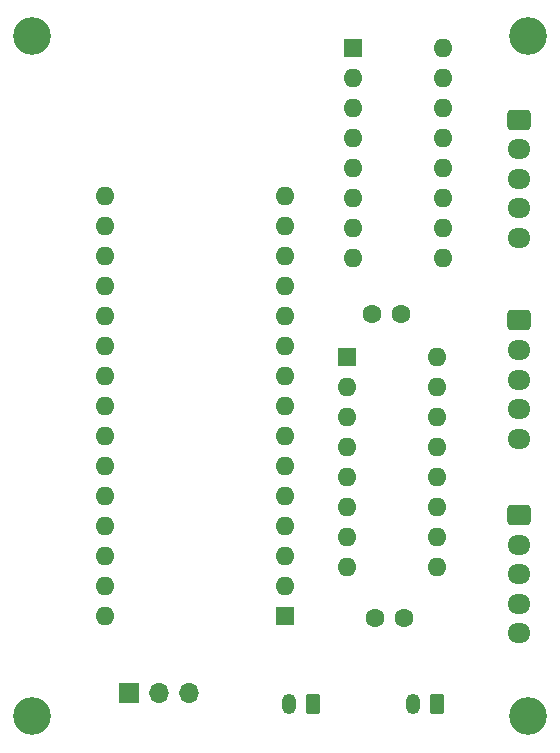
<source format=gbr>
%TF.GenerationSoftware,KiCad,Pcbnew,8.0.3*%
%TF.CreationDate,2024-06-17T15:26:31+02:00*%
%TF.ProjectId,OFMBearBoard1_0_Bruno,4f464d42-6561-4724-926f-617264315f30,1.1*%
%TF.SameCoordinates,Original*%
%TF.FileFunction,Soldermask,Top*%
%TF.FilePolarity,Negative*%
%FSLAX46Y46*%
G04 Gerber Fmt 4.6, Leading zero omitted, Abs format (unit mm)*
G04 Created by KiCad (PCBNEW 8.0.3) date 2024-06-17 15:26:31*
%MOMM*%
%LPD*%
G01*
G04 APERTURE LIST*
G04 Aperture macros list*
%AMRoundRect*
0 Rectangle with rounded corners*
0 $1 Rounding radius*
0 $2 $3 $4 $5 $6 $7 $8 $9 X,Y pos of 4 corners*
0 Add a 4 corners polygon primitive as box body*
4,1,4,$2,$3,$4,$5,$6,$7,$8,$9,$2,$3,0*
0 Add four circle primitives for the rounded corners*
1,1,$1+$1,$2,$3*
1,1,$1+$1,$4,$5*
1,1,$1+$1,$6,$7*
1,1,$1+$1,$8,$9*
0 Add four rect primitives between the rounded corners*
20,1,$1+$1,$2,$3,$4,$5,0*
20,1,$1+$1,$4,$5,$6,$7,0*
20,1,$1+$1,$6,$7,$8,$9,0*
20,1,$1+$1,$8,$9,$2,$3,0*%
G04 Aperture macros list end*
%ADD10C,3.200000*%
%ADD11R,1.600000X1.600000*%
%ADD12O,1.600000X1.600000*%
%ADD13RoundRect,0.250000X-0.725000X0.600000X-0.725000X-0.600000X0.725000X-0.600000X0.725000X0.600000X0*%
%ADD14O,1.950000X1.700000*%
%ADD15C,1.600000*%
%ADD16RoundRect,0.250000X0.350000X0.625000X-0.350000X0.625000X-0.350000X-0.625000X0.350000X-0.625000X0*%
%ADD17O,1.200000X1.750000*%
%ADD18R,1.700000X1.700000*%
%ADD19O,1.700000X1.700000*%
G04 APERTURE END LIST*
D10*
%TO.C,H4*%
X125250000Y-83000000D03*
%TD*%
D11*
%TO.C,U2*%
X109880000Y-52580000D03*
D12*
X109880000Y-55120000D03*
X109880000Y-57660000D03*
X109880000Y-60200000D03*
X109880000Y-62740000D03*
X109880000Y-65280000D03*
X109880000Y-67820000D03*
X109880000Y-70360000D03*
X117500000Y-70360000D03*
X117500000Y-67820000D03*
X117500000Y-65280000D03*
X117500000Y-62740000D03*
X117500000Y-60200000D03*
X117500000Y-57660000D03*
X117500000Y-55120000D03*
X117500000Y-52580000D03*
%TD*%
D13*
%TO.C,J2*%
X124500000Y-49500000D03*
D14*
X124500000Y-52000000D03*
X124500000Y-54500000D03*
X124500000Y-57000000D03*
X124500000Y-59500000D03*
%TD*%
D11*
%TO.C,U1*%
X110380000Y-26420000D03*
D12*
X110380000Y-28960000D03*
X110380000Y-31500000D03*
X110380000Y-34040000D03*
X110380000Y-36580000D03*
X110380000Y-39120000D03*
X110380000Y-41660000D03*
X110380000Y-44200000D03*
X118000000Y-44200000D03*
X118000000Y-41660000D03*
X118000000Y-39120000D03*
X118000000Y-36580000D03*
X118000000Y-34040000D03*
X118000000Y-31500000D03*
X118000000Y-28960000D03*
X118000000Y-26420000D03*
%TD*%
D15*
%TO.C,C1*%
X112000000Y-48960000D03*
X114500000Y-48960000D03*
%TD*%
%TO.C,C2*%
X112250000Y-74660000D03*
X114750000Y-74660000D03*
%TD*%
D16*
%TO.C,J4*%
X117500000Y-82000000D03*
D17*
X115500000Y-82000000D03*
%TD*%
D10*
%TO.C,H3*%
X83250000Y-83000000D03*
%TD*%
D18*
%TO.C,JP1*%
X91475000Y-81000000D03*
D19*
X94015000Y-81000000D03*
X96555000Y-81000000D03*
%TD*%
D10*
%TO.C,H1*%
X83250000Y-25450000D03*
%TD*%
D13*
%TO.C,J1*%
X124500000Y-32500000D03*
D14*
X124500000Y-35000000D03*
X124500000Y-37500000D03*
X124500000Y-40000000D03*
X124500000Y-42500000D03*
%TD*%
D13*
%TO.C,J3*%
X124500000Y-66000000D03*
D14*
X124500000Y-68500000D03*
X124500000Y-71000000D03*
X124500000Y-73500000D03*
X124500000Y-76000000D03*
%TD*%
D16*
%TO.C,J5*%
X107000000Y-82000000D03*
D17*
X105000000Y-82000000D03*
%TD*%
D10*
%TO.C,H2*%
X125250000Y-25450000D03*
%TD*%
D11*
%TO.C,A1*%
X104610000Y-74550000D03*
D12*
X104610000Y-72010000D03*
X104610000Y-69470000D03*
X104610000Y-66930000D03*
X104610000Y-64390000D03*
X104610000Y-61850000D03*
X104610000Y-59310000D03*
X104610000Y-56770000D03*
X104610000Y-54230000D03*
X104610000Y-51690000D03*
X104610000Y-49150000D03*
X104610000Y-46610000D03*
X104610000Y-44070000D03*
X104610000Y-41530000D03*
X104610000Y-38990000D03*
X89370000Y-38990000D03*
X89370000Y-41530000D03*
X89370000Y-44070000D03*
X89370000Y-46610000D03*
X89370000Y-49150000D03*
X89370000Y-51690000D03*
X89370000Y-54230000D03*
X89370000Y-56770000D03*
X89370000Y-59310000D03*
X89370000Y-61850000D03*
X89370000Y-64390000D03*
X89370000Y-66930000D03*
X89370000Y-69470000D03*
X89370000Y-72010000D03*
X89370000Y-74550000D03*
%TD*%
M02*

</source>
